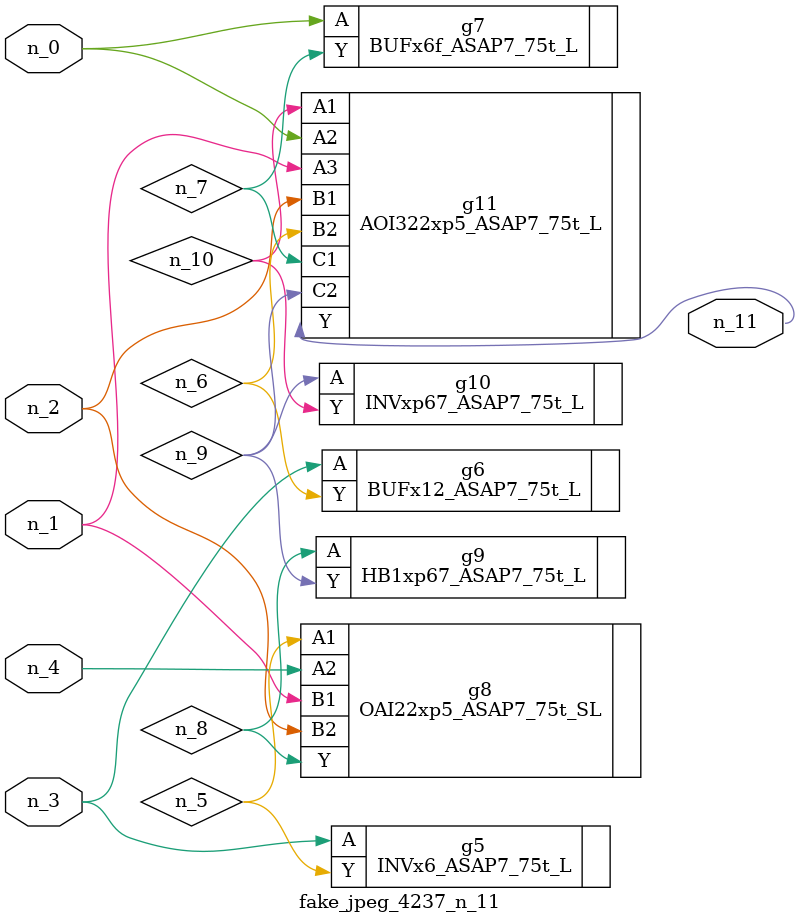
<source format=v>
module fake_jpeg_4237_n_11 (n_3, n_2, n_1, n_0, n_4, n_11);

input n_3;
input n_2;
input n_1;
input n_0;
input n_4;

output n_11;

wire n_10;
wire n_8;
wire n_9;
wire n_6;
wire n_5;
wire n_7;

INVx6_ASAP7_75t_L g5 ( 
.A(n_3),
.Y(n_5)
);

BUFx12_ASAP7_75t_L g6 ( 
.A(n_3),
.Y(n_6)
);

BUFx6f_ASAP7_75t_L g7 ( 
.A(n_0),
.Y(n_7)
);

OAI22xp5_ASAP7_75t_SL g8 ( 
.A1(n_5),
.A2(n_4),
.B1(n_1),
.B2(n_2),
.Y(n_8)
);

HB1xp67_ASAP7_75t_L g9 ( 
.A(n_8),
.Y(n_9)
);

INVxp67_ASAP7_75t_L g10 ( 
.A(n_9),
.Y(n_10)
);

AOI322xp5_ASAP7_75t_L g11 ( 
.A1(n_10),
.A2(n_0),
.A3(n_1),
.B1(n_2),
.B2(n_6),
.C1(n_7),
.C2(n_9),
.Y(n_11)
);


endmodule
</source>
